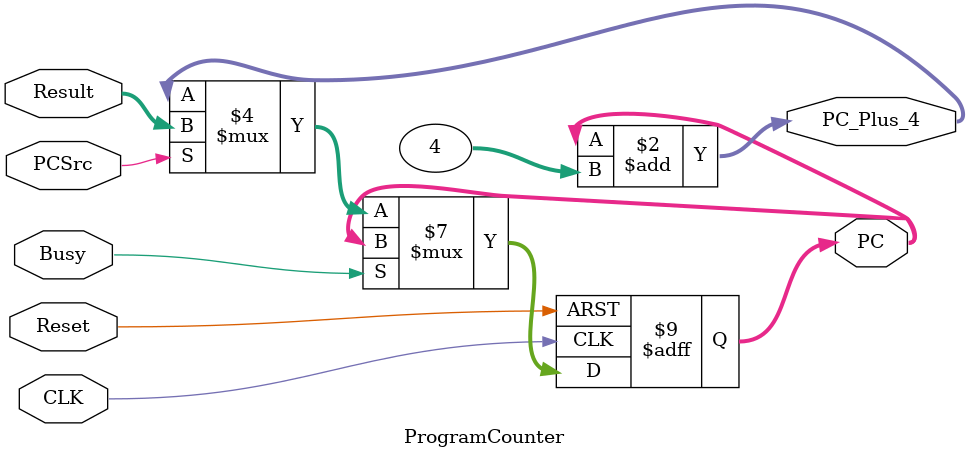
<source format=v>
module ProgramCounter(
    input CLK,
    input Reset,
    input PCSrc,
    input [31:0] Result,
    
    input Busy,
    output reg [31:0] PC,
    output [31:0] PC_Plus_4
); 

always @(posedge CLK or posedge Reset)begin
    if(Reset)begin
        PC <= 32'b0;
    end
    else begin
       if(Busy)begin
        PC <= PC;
       end
       else if( PCSrc )begin
            PC <= Result; //pcsrcÎª1Ê±°Ñresult assign to PC
        end
        else         begin            PC <= PC_Plus_4;        end
    end
end

assign PC_Plus_4 = PC + 32'd4;


endmodule
</source>
